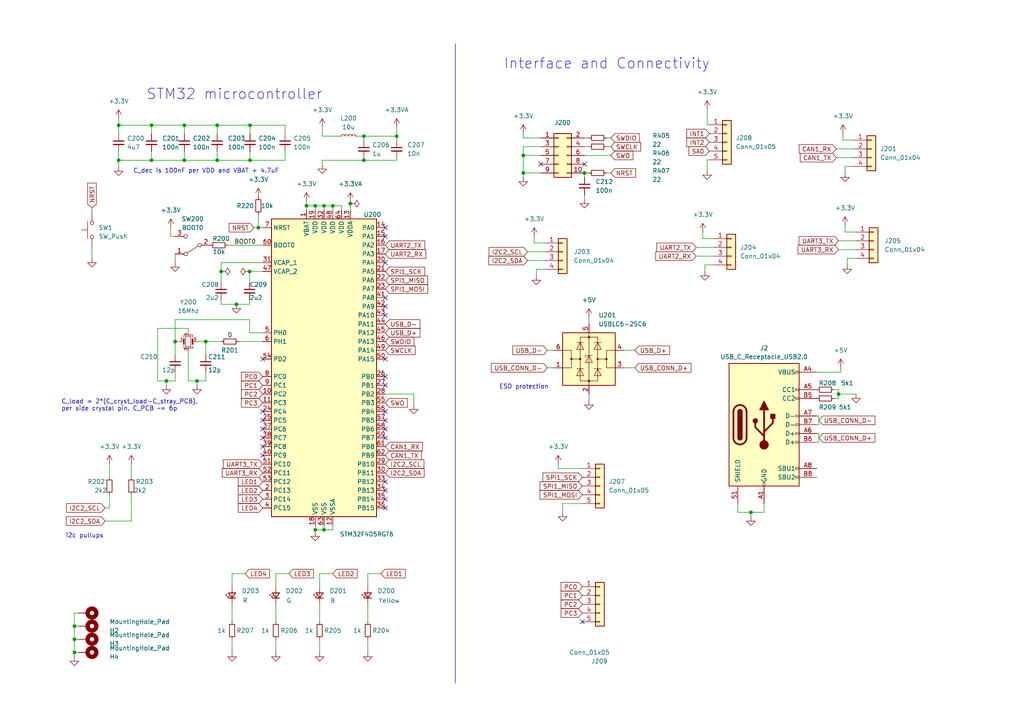
<source format=kicad_sch>
(kicad_sch (version 20230121) (generator eeschema)
  (paper "A4")
  (junction (at 62.992 36.322))
  (junction (at 59.69 99.06))
  (junction (at 34.417 36.322))
  (junction (at 72.517 36.322))
  (junction (at 53.467 36.322))
  (junction (at 62.992 46.482))
  (junction (at 72.39 78.74))
  (junction (at 101.6 59.055))
  (junction (at 68.58 88.265))
  (junction (at 74.93 66.04))
  (junction (at 105.537 39.497))
  (junction (at 43.942 46.482))
  (junction (at 88.9 59.69))
  (junction (at 96.52 59.69))
  (junction (at 91.44 59.69))
  (junction (at 93.98 153.67))
  (junction (at 72.517 46.482))
  (junction (at 43.942 36.322))
  (junction (at 48.26 110.49))
  (junction (at 53.467 46.482))
  (junction (at 21.59 185.42))
  (junction (at 243.205 114.3))
  (junction (at 34.417 46.482))
  (junction (at 91.44 153.67))
  (junction (at 93.98 59.69))
  (junction (at 64.135 78.74))
  (junction (at 217.805 148.59))
  (junction (at 21.59 189.23))
  (junction (at 105.537 46.482))
  (junction (at 115.062 39.497))
  (junction (at 50.8 99.06))
  (junction (at 151.765 50.165))
  (junction (at 57.15 110.49))
  (junction (at 169.545 50.165))
  (junction (at 151.765 45.085))
  (junction (at 21.59 181.61))
  (no_connect (at 76.2 121.92))
  (no_connect (at 111.76 119.38))
  (no_connect (at 111.76 88.9))
  (no_connect (at 111.76 91.44))
  (no_connect (at 111.76 147.32))
  (no_connect (at 111.76 139.7))
  (no_connect (at 111.76 109.22))
  (no_connect (at 76.2 129.54))
  (no_connect (at 168.91 180.34))
  (no_connect (at 76.2 124.46))
  (no_connect (at 169.545 47.625))
  (no_connect (at 111.76 142.24))
  (no_connect (at 111.76 68.58))
  (no_connect (at 111.76 104.14))
  (no_connect (at 76.2 119.38))
  (no_connect (at 111.76 124.46))
  (no_connect (at 111.76 76.2))
  (no_connect (at 76.2 104.14))
  (no_connect (at 76.2 132.08))
  (no_connect (at 111.76 111.76))
  (no_connect (at 111.76 127))
  (no_connect (at 111.76 66.04))
  (no_connect (at 156.845 47.625))
  (no_connect (at 76.2 127))
  (no_connect (at 111.76 86.36))
  (no_connect (at 111.76 144.78))
  (no_connect (at 111.76 121.92))
  (wire (pts (xy 62.992 46.482) (xy 53.467 46.482)))
  (wire (pts (xy 247.65 40.64) (xy 244.475 40.64)))
  (wire (pts (xy 169.545 56.515) (xy 169.545 57.785)))
  (wire (pts (xy 169.545 40.005) (xy 170.815 40.005)))
  (wire (pts (xy 62.992 36.322) (xy 53.467 36.322)))
  (wire (pts (xy 88.9 58.42) (xy 88.9 59.69)))
  (wire (pts (xy 169.545 50.165) (xy 169.545 51.435)))
  (wire (pts (xy 43.942 46.482) (xy 34.417 46.482)))
  (wire (pts (xy 21.59 181.61) (xy 21.59 185.42)))
  (wire (pts (xy 236.855 128.27) (xy 237.49 128.27)))
  (wire (pts (xy 175.895 40.005) (xy 177.165 40.005)))
  (wire (pts (xy 21.59 185.42) (xy 21.59 189.23)))
  (wire (pts (xy 115.062 45.847) (xy 115.062 46.482)))
  (wire (pts (xy 59.69 99.06) (xy 64.135 99.06)))
  (wire (pts (xy 50.8 107.95) (xy 50.8 110.49)))
  (wire (pts (xy 221.615 148.59) (xy 221.615 146.05)))
  (wire (pts (xy 21.59 189.23) (xy 22.86 189.23)))
  (wire (pts (xy 180.975 101.6) (xy 184.15 101.6)))
  (wire (pts (xy 205.74 46.355) (xy 205.105 46.355)))
  (wire (pts (xy 243.205 114.3) (xy 243.205 115.57)))
  (wire (pts (xy 151.765 40.005) (xy 156.845 40.005)))
  (wire (pts (xy 69.215 99.06) (xy 76.2 99.06)))
  (wire (pts (xy 72.517 46.482) (xy 62.992 46.482)))
  (wire (pts (xy 67.31 185.42) (xy 67.31 189.23)))
  (wire (pts (xy 151.765 45.085) (xy 151.765 50.165)))
  (wire (pts (xy 161.925 135.89) (xy 161.925 134.62)))
  (wire (pts (xy 72.517 43.942) (xy 72.517 46.482)))
  (wire (pts (xy 158.75 101.6) (xy 160.655 101.6)))
  (wire (pts (xy 158.75 106.68) (xy 160.655 106.68)))
  (wire (pts (xy 57.15 110.49) (xy 59.69 110.49)))
  (wire (pts (xy 170.815 114.3) (xy 170.815 116.205)))
  (wire (pts (xy 111.76 114.3) (xy 120.015 114.3)))
  (wire (pts (xy 207.01 69.215) (xy 203.835 69.215)))
  (wire (pts (xy 80.01 175.26) (xy 80.01 180.34)))
  (wire (pts (xy 67.31 175.26) (xy 67.31 180.34)))
  (wire (pts (xy 115.062 39.497) (xy 105.537 39.497)))
  (wire (pts (xy 53.467 36.322) (xy 53.467 38.862)))
  (wire (pts (xy 236.855 107.95) (xy 243.84 107.95)))
  (wire (pts (xy 31.75 143.51) (xy 31.75 147.32)))
  (wire (pts (xy 245.11 67.31) (xy 245.11 65.405)))
  (wire (pts (xy 82.677 36.322) (xy 72.517 36.322)))
  (wire (pts (xy 83.82 166.37) (xy 80.01 166.37)))
  (wire (pts (xy 45.72 110.49) (xy 48.26 110.49)))
  (wire (pts (xy 72.39 86.995) (xy 72.39 88.265)))
  (wire (pts (xy 73.66 66.04) (xy 74.93 66.04)))
  (wire (pts (xy 101.6 58.42) (xy 101.6 59.055)))
  (wire (pts (xy 53.467 46.482) (xy 43.942 46.482)))
  (wire (pts (xy 106.68 185.42) (xy 106.68 189.23)))
  (wire (pts (xy 26.67 60.325) (xy 26.67 61.595)))
  (wire (pts (xy 74.93 66.04) (xy 76.2 66.04)))
  (wire (pts (xy 204.47 76.835) (xy 204.47 78.74)))
  (wire (pts (xy 158.115 70.485) (xy 154.94 70.485)))
  (wire (pts (xy 217.805 148.59) (xy 217.805 149.86)))
  (wire (pts (xy 169.545 42.545) (xy 170.815 42.545)))
  (wire (pts (xy 26.67 71.755) (xy 26.67 74.93)))
  (wire (pts (xy 201.93 74.295) (xy 207.01 74.295)))
  (wire (pts (xy 99.06 59.69) (xy 96.52 59.69)))
  (wire (pts (xy 154.94 70.485) (xy 154.94 68.58)))
  (wire (pts (xy 96.52 59.69) (xy 93.98 59.69)))
  (wire (pts (xy 54.61 101.6) (xy 54.61 110.49)))
  (wire (pts (xy 92.71 185.42) (xy 92.71 189.23)))
  (wire (pts (xy 115.062 36.957) (xy 115.062 39.497)))
  (wire (pts (xy 236.855 123.19) (xy 237.49 123.19)))
  (wire (pts (xy 72.39 78.74) (xy 76.2 78.74)))
  (wire (pts (xy 151.765 42.545) (xy 151.765 45.085)))
  (wire (pts (xy 59.69 107.95) (xy 59.69 110.49)))
  (wire (pts (xy 21.59 185.42) (xy 22.86 185.42)))
  (wire (pts (xy 71.12 166.37) (xy 67.31 166.37)))
  (wire (pts (xy 169.545 45.085) (xy 177.165 45.085)))
  (wire (pts (xy 53.467 36.322) (xy 43.942 36.322)))
  (wire (pts (xy 54.61 96.52) (xy 54.61 95.25)))
  (wire (pts (xy 64.135 88.265) (xy 68.58 88.265)))
  (wire (pts (xy 213.995 148.59) (xy 217.805 148.59)))
  (wire (pts (xy 91.44 59.69) (xy 91.44 60.96)))
  (wire (pts (xy 92.71 166.37) (xy 92.71 170.18)))
  (wire (pts (xy 72.39 88.265) (xy 68.58 88.265)))
  (wire (pts (xy 241.935 113.03) (xy 243.205 113.03)))
  (wire (pts (xy 93.472 39.497) (xy 98.552 39.497)))
  (wire (pts (xy 243.205 72.39) (xy 248.285 72.39)))
  (wire (pts (xy 38.1 143.51) (xy 38.1 151.13)))
  (wire (pts (xy 62.992 43.942) (xy 62.992 46.482)))
  (wire (pts (xy 72.517 36.322) (xy 62.992 36.322)))
  (wire (pts (xy 106.68 175.26) (xy 106.68 180.34)))
  (wire (pts (xy 57.15 110.49) (xy 57.15 111.76)))
  (wire (pts (xy 54.61 95.25) (xy 45.72 95.25)))
  (wire (pts (xy 93.472 46.482) (xy 105.537 46.482)))
  (wire (pts (xy 21.59 177.8) (xy 22.86 177.8)))
  (wire (pts (xy 170.815 92.075) (xy 170.815 93.98)))
  (wire (pts (xy 88.9 59.69) (xy 88.9 60.96)))
  (wire (pts (xy 57.15 99.06) (xy 59.69 99.06)))
  (wire (pts (xy 115.062 40.767) (xy 115.062 39.497)))
  (wire (pts (xy 158.115 78.105) (xy 155.575 78.105)))
  (wire (pts (xy 64.135 86.995) (xy 64.135 88.265)))
  (wire (pts (xy 93.98 59.69) (xy 93.98 60.96)))
  (wire (pts (xy 74.93 62.23) (xy 74.93 66.04)))
  (wire (pts (xy 245.745 74.93) (xy 245.745 76.835)))
  (wire (pts (xy 21.59 189.23) (xy 21.59 190.5)))
  (wire (pts (xy 96.52 152.4) (xy 96.52 153.67)))
  (wire (pts (xy 82.677 46.482) (xy 72.517 46.482)))
  (wire (pts (xy 59.69 99.06) (xy 59.69 102.87)))
  (wire (pts (xy 50.8 68.58) (xy 49.53 68.58)))
  (wire (pts (xy 99.06 60.96) (xy 99.06 59.69)))
  (wire (pts (xy 203.835 69.215) (xy 203.835 67.31)))
  (wire (pts (xy 207.01 76.835) (xy 204.47 76.835)))
  (wire (pts (xy 92.71 175.26) (xy 92.71 180.34)))
  (wire (pts (xy 30.48 147.32) (xy 31.75 147.32)))
  (wire (pts (xy 156.845 42.545) (xy 151.765 42.545)))
  (wire (pts (xy 82.677 38.862) (xy 82.677 36.322)))
  (wire (pts (xy 243.205 115.57) (xy 241.935 115.57)))
  (wire (pts (xy 156.845 50.165) (xy 151.765 50.165)))
  (wire (pts (xy 101.6 59.055) (xy 101.6 60.96)))
  (wire (pts (xy 93.98 152.4) (xy 93.98 153.67)))
  (wire (pts (xy 242.57 45.72) (xy 247.65 45.72)))
  (wire (pts (xy 105.537 39.497) (xy 105.537 40.767)))
  (wire (pts (xy 21.59 181.61) (xy 22.86 181.61)))
  (wire (pts (xy 93.472 47.752) (xy 93.472 46.482)))
  (wire (pts (xy 236.855 125.73) (xy 237.49 125.73)))
  (wire (pts (xy 243.205 114.3) (xy 248.285 114.3)))
  (wire (pts (xy 53.467 43.942) (xy 53.467 46.482)))
  (wire (pts (xy 96.52 59.69) (xy 96.52 60.96)))
  (wire (pts (xy 96.52 153.67) (xy 93.98 153.67)))
  (wire (pts (xy 115.062 46.482) (xy 105.537 46.482)))
  (polyline (pts (xy 132.08 12.7) (xy 132.08 198.12)))
  (wire (pts (xy 244.475 40.64) (xy 244.475 38.735)))
  (wire (pts (xy 43.942 36.322) (xy 43.942 38.862)))
  (wire (pts (xy 243.84 107.95) (xy 243.84 106.68)))
  (wire (pts (xy 236.855 120.65) (xy 237.49 120.65)))
  (wire (pts (xy 31.75 134.62) (xy 31.75 138.43)))
  (wire (pts (xy 242.57 43.18) (xy 247.65 43.18)))
  (wire (pts (xy 62.992 36.322) (xy 62.992 38.862)))
  (wire (pts (xy 21.59 181.61) (xy 21.59 177.8)))
  (wire (pts (xy 43.942 43.942) (xy 43.942 46.482)))
  (wire (pts (xy 163.195 146.05) (xy 163.195 148.59)))
  (wire (pts (xy 201.93 71.755) (xy 207.01 71.755)))
  (wire (pts (xy 153.035 75.565) (xy 158.115 75.565)))
  (wire (pts (xy 120.015 114.3) (xy 120.015 117.475)))
  (wire (pts (xy 72.517 36.322) (xy 72.517 38.862)))
  (wire (pts (xy 80.01 166.37) (xy 80.01 170.18)))
  (wire (pts (xy 93.472 36.957) (xy 93.472 39.497)))
  (wire (pts (xy 155.575 78.105) (xy 155.575 80.01)))
  (wire (pts (xy 168.91 135.89) (xy 161.925 135.89)))
  (wire (pts (xy 237.49 125.73) (xy 237.49 128.27)))
  (wire (pts (xy 245.11 48.26) (xy 245.11 50.165)))
  (wire (pts (xy 52.07 99.06) (xy 50.8 99.06)))
  (wire (pts (xy 72.39 92.71) (xy 50.8 92.71)))
  (wire (pts (xy 237.49 120.65) (xy 237.49 123.19)))
  (wire (pts (xy 34.417 34.417) (xy 34.417 36.322)))
  (wire (pts (xy 50.8 99.06) (xy 50.8 102.87)))
  (wire (pts (xy 205.105 31.75) (xy 205.105 36.195)))
  (wire (pts (xy 175.895 42.545) (xy 177.165 42.545)))
  (wire (pts (xy 43.942 36.322) (xy 34.417 36.322)))
  (wire (pts (xy 248.285 67.31) (xy 245.11 67.31)))
  (wire (pts (xy 67.31 166.37) (xy 67.31 170.18)))
  (wire (pts (xy 50.8 73.66) (xy 50.8 76.2)))
  (wire (pts (xy 34.417 43.942) (xy 34.417 46.482)))
  (wire (pts (xy 38.1 134.62) (xy 38.1 138.43)))
  (wire (pts (xy 217.805 148.59) (xy 221.615 148.59)))
  (wire (pts (xy 243.205 113.03) (xy 243.205 114.3)))
  (wire (pts (xy 91.44 152.4) (xy 91.44 153.67)))
  (wire (pts (xy 48.26 110.49) (xy 48.26 111.76)))
  (wire (pts (xy 34.417 46.482) (xy 34.417 48.387)))
  (wire (pts (xy 64.135 78.74) (xy 64.135 76.2)))
  (wire (pts (xy 72.39 96.52) (xy 72.39 92.71)))
  (wire (pts (xy 168.91 146.05) (xy 163.195 146.05)))
  (wire (pts (xy 91.44 59.69) (xy 88.9 59.69)))
  (wire (pts (xy 151.765 50.165) (xy 151.765 51.435)))
  (wire (pts (xy 106.68 166.37) (xy 106.68 170.18)))
  (wire (pts (xy 80.01 185.42) (xy 80.01 189.23)))
  (wire (pts (xy 72.39 81.915) (xy 72.39 78.74)))
  (wire (pts (xy 213.995 146.05) (xy 213.995 148.59)))
  (wire (pts (xy 243.205 69.85) (xy 248.285 69.85)))
  (wire (pts (xy 50.8 110.49) (xy 48.26 110.49)))
  (wire (pts (xy 76.2 96.52) (xy 72.39 96.52)))
  (wire (pts (xy 105.537 46.482) (xy 105.537 45.847)))
  (wire (pts (xy 105.537 39.497) (xy 103.632 39.497)))
  (wire (pts (xy 91.44 153.67) (xy 91.44 154.305)))
  (wire (pts (xy 54.61 110.49) (xy 57.15 110.49)))
  (wire (pts (xy 175.895 50.165) (xy 177.165 50.165)))
  (wire (pts (xy 205.105 46.355) (xy 205.105 49.53)))
  (wire (pts (xy 151.765 45.085) (xy 156.845 45.085)))
  (wire (pts (xy 45.72 95.25) (xy 45.72 110.49)))
  (wire (pts (xy 38.1 151.13) (xy 30.48 151.13)))
  (wire (pts (xy 82.677 43.942) (xy 82.677 46.482)))
  (wire (pts (xy 169.545 50.165) (xy 170.815 50.165)))
  (wire (pts (xy 34.417 36.322) (xy 34.417 38.862)))
  (wire (pts (xy 64.135 81.915) (xy 64.135 78.74)))
  (wire (pts (xy 110.49 166.37) (xy 106.68 166.37)))
  (wire (pts (xy 151.765 38.735) (xy 151.765 40.005)))
  (wire (pts (xy 180.975 106.68) (xy 184.15 106.68)))
  (wire (pts (xy 93.98 153.67) (xy 91.44 153.67)))
  (wire (pts (xy 96.52 166.37) (xy 92.71 166.37)))
  (wire (pts (xy 248.285 74.93) (xy 245.745 74.93)))
  (wire (pts (xy 205.105 36.195) (xy 205.74 36.195)))
  (wire (pts (xy 66.04 71.12) (xy 76.2 71.12)))
  (wire (pts (xy 50.8 92.71) (xy 50.8 99.06)))
  (wire (pts (xy 49.53 68.58) (xy 49.53 66.04)))
  (wire (pts (xy 247.65 48.26) (xy 245.11 48.26)))
  (wire (pts (xy 93.98 59.69) (xy 91.44 59.69)))
  (wire (pts (xy 153.035 73.025) (xy 158.115 73.025)))
  (wire (pts (xy 64.135 76.2) (xy 76.2 76.2)))
  (text "Interface and Connectivity\n" (at 146.05 20.32 0) (effects (font (size 3 3)) (justify left bottom)))
  (text "i2c pullups" (at 19.05 156.21 0) (effects (font (size 1.27 1.27)) (justify left bottom)))
  (text "C_load = 2*(C_cryst_load-C_stray_PCB),\nper side crystal pin. C_PCB ~= 6p\n" (at 17.78 119.38 0) (effects (font (size 1.27 1.27)) (justify left bottom)))
  (text "ESD protection" (at 144.78 113.03 0) (effects (font (size 1.27 1.27)) (justify left bottom)))
  (text "STM32 microcontroller\n" (at 42.418 29.21 0) (effects (font (size 3 3)) (justify left bottom)))
  (text "C_dec is 100nF per VDD and VBAT + 4.7uF\n" (at 38.608 50.419 0) (effects (font (size 1.27 1.27)) (justify left bottom)))
  (label "BOOT0" (at 67.945 71.12 0))
  (global_label "SWCLK" (shape input) (at 177.165 42.545 0) (property "Intersheetrefs" "${INTERSHEET_REFS}" (effects hide)))
  (global_label "USB_CONN_D+" (shape input) (at 184.15 106.68 0) (property "Intersheetrefs" "${INTERSHEET_REFS}" (effects hide)))
  (global_label "PC1" (shape input) (at 76.2 111.76 180) (property "Intersheetrefs" "${INTERSHEET_REFS}" (effects hide)))
  (global_label "CAN1_TX" (shape input) (at 111.76 132.08 0) (property "Intersheetrefs" "${INTERSHEET_REFS}" (effects hide)))
  (global_label "USB_CONN_D+" (shape input) (at 237.49 127 0) (property "Intersheetrefs" "${INTERSHEET_REFS}" (effects hide)))
  (global_label "CAN1_RX" (shape input) (at 242.57 43.18 180) (property "Intersheetrefs" "${INTERSHEET_REFS}" (effects hide)))
  (global_label "SPI1_MOSI" (shape input) (at 168.91 143.51 180) (property "Intersheetrefs" "${INTERSHEET_REFS}" (effects hide)))
  (global_label "LED2" (shape input) (at 96.52 166.37 0) (property "Intersheetrefs" "${INTERSHEET_REFS}" (effects hide)))
  (global_label "INT1" (shape input) (at 205.74 38.735 180) (property "Intersheetrefs" "${INTERSHEET_REFS}" (effects hide)))
  (global_label "I2C2_SDA" (shape input) (at 111.76 137.16 0) (property "Intersheetrefs" "${INTERSHEET_REFS}" (effects hide)))
  (global_label "LED1" (shape input) (at 110.49 166.37 0) (property "Intersheetrefs" "${INTERSHEET_REFS}" (effects hide)))
  (global_label "USB_D+" (shape input) (at 111.76 96.52 0) (property "Intersheetrefs" "${INTERSHEET_REFS}" (effects hide)))
  (global_label "USB_D-" (shape input) (at 111.76 93.98 0) (property "Intersheetrefs" "${INTERSHEET_REFS}" (effects hide)))
  (global_label "PC0" (shape input) (at 76.2 109.22 180) (property "Intersheetrefs" "${INTERSHEET_REFS}" (effects hide)))
  (global_label "I2C2_SDA" (shape input) (at 153.035 75.565 180) (property "Intersheetrefs" "${INTERSHEET_REFS}" (effects hide)))
  (global_label "UART3_TX" (shape input) (at 243.205 69.85 180) (property "Intersheetrefs" "${INTERSHEET_REFS}" (effects hide)))
  (global_label "SWO" (shape input) (at 177.165 45.085 0) (property "Intersheetrefs" "${INTERSHEET_REFS}" (effects hide)))
  (global_label "NRST" (shape input) (at 177.165 50.165 0) (property "Intersheetrefs" "${INTERSHEET_REFS}" (effects hide)))
  (global_label "UART3_TX" (shape input) (at 76.2 134.62 180) (property "Intersheetrefs" "${INTERSHEET_REFS}" (effects hide)))
  (global_label "SPI1_MISO" (shape input) (at 168.91 140.97 180) (property "Intersheetrefs" "${INTERSHEET_REFS}" (effects hide)))
  (global_label "PC2" (shape input) (at 168.91 175.26 180) (property "Intersheetrefs" "${INTERSHEET_REFS}" (effects hide)))
  (global_label "LED3" (shape input) (at 76.2 144.78 180) (property "Intersheetrefs" "${INTERSHEET_REFS}" (effects hide)))
  (global_label "SPI1_MOSI" (shape input) (at 111.76 83.82 0) (property "Intersheetrefs" "${INTERSHEET_REFS}" (effects hide)))
  (global_label "I2C2_SCL" (shape input) (at 30.48 147.32 180) (property "Intersheetrefs" "${INTERSHEET_REFS}" (effects hide)))
  (global_label "SPI1_SCK" (shape input) (at 111.76 78.74 0) (property "Intersheetrefs" "${INTERSHEET_REFS}" (effects hide)))
  (global_label "NRST" (shape input) (at 26.67 60.325 90) (property "Intersheetrefs" "${INTERSHEET_REFS}" (effects hide)))
  (global_label "UART2_TX" (shape input) (at 201.93 71.755 180) (property "Intersheetrefs" "${INTERSHEET_REFS}" (effects hide)))
  (global_label "NRST" (shape input) (at 73.66 66.04 180) (property "Intersheetrefs" "${INTERSHEET_REFS}" (effects hide)))
  (global_label "USB_CONN_D-" (shape input) (at 237.49 121.92 0) (property "Intersheetrefs" "${INTERSHEET_REFS}" (effects hide)))
  (global_label "UART3_RX" (shape input) (at 76.2 137.16 180) (property "Intersheetrefs" "${INTERSHEET_REFS}" (effects hide)))
  (global_label "LED1" (shape input) (at 76.2 139.7 180) (property "Intersheetrefs" "${INTERSHEET_REFS}" (effects hide)))
  (global_label "PC3" (shape input) (at 168.91 177.8 180) (property "Intersheetrefs" "${INTERSHEET_REFS}" (effects hide)))
  (global_label "CAN1_RX" (shape input) (at 111.76 129.54 0) (property "Intersheetrefs" "${INTERSHEET_REFS}" (effects hide)))
  (global_label "I2C2_SCL" (shape input) (at 153.035 73.025 180) (property "Intersheetrefs" "${INTERSHEET_REFS}" (effects hide)))
  (global_label "INT2" (shape input) (at 205.74 41.275 180) (property "Intersheetrefs" "${INTERSHEET_REFS}" (effects hide)))
  (global_label "UART3_RX" (shape input) (at 243.205 72.39 180) (property "Intersheetrefs" "${INTERSHEET_REFS}" (effects hide)))
  (global_label "SWDIO" (shape input) (at 111.76 99.06 0) (property "Intersheetrefs" "${INTERSHEET_REFS}" (effects hide)))
  (global_label "PC0" (shape input) (at 168.91 170.18 180) (property "Intersheetrefs" "${INTERSHEET_REFS}" (effects hide)))
  (global_label "USB_D-" (shape input) (at 158.75 101.6 180) (property "Intersheetrefs" "${INTERSHEET_REFS}" (effects hide)))
  (global_label "UART2_TX" (shape input) (at 111.76 71.12 0) (property "Intersheetrefs" "${INTERSHEET_REFS}" (effects hide)))
  (global_label "I2C2_SCL" (shape input) (at 111.76 134.62 0) (property "Intersheetrefs" "${INTERSHEET_REFS}" (effects hide)))
  (global_label "USB_D+" (shape input) (at 184.15 101.6 0) (property "Intersheetrefs" "${INTERSHEET_REFS}" (effects hide)))
  (global_label "USB_CONN_D-" (shape input) (at 158.75 106.68 180) (property "Intersheetrefs" "${INTERSHEET_REFS}" (effects hide)))
  (global_label "UART2_RX" (shape input) (at 111.76 73.66 0) (property "Intersheetrefs" "${INTERSHEET_REFS}" (effects hide)))
  (global_label "PC2" (shape input) (at 76.2 114.3 180) (property "Intersheetrefs" "${INTERSHEET_REFS}" (effects hide)))
  (global_label "SWO" (shape input) (at 111.76 116.84 0) (property "Intersheetrefs" "${INTERSHEET_REFS}" (effects hide)))
  (global_label "LED3" (shape input) (at 83.82 166.37 0) (property "Intersheetrefs" "${INTERSHEET_REFS}" (effects hide)))
  (global_label "CAN1_TX" (shape input) (at 242.57 45.72 180) (property "Intersheetrefs" "${INTERSHEET_REFS}" (effects hide)))
  (global_label "PC3" (shape input) (at 76.2 116.84 180) (property "Intersheetrefs" "${INTERSHEET_REFS}" (effects hide)))
  (global_label "PC1" (shape input) (at 168.91 172.72 180) (property "Intersheetrefs" "${INTERSHEET_REFS}" (effects hide)))
  (global_label "LED2" (shape input) (at 76.2 142.24 180) (property "Intersheetrefs" "${INTERSHEET_REFS}" (effects hide)))
  (global_label "I2C2_SDA" (shape input) (at 30.48 151.13 180) (property "Intersheetrefs" "${INTERSHEET_REFS}" (effects hide)))
  (global_label "LED4" (shape input) (at 71.12 166.37 0) (property "Intersheetrefs" "${INTERSHEET_REFS}" (effects hide)))
  (global_label "SPI1_SCK" (shape input) (at 168.91 138.43 180) (property "Intersheetrefs" "${INTERSHEET_REFS}" (effects hide)))
  (global_label "SA0" (shape input) (at 205.74 43.815 180) (property "Intersheetrefs" "${INTERSHEET_REFS}" (effects hide)))
  (global_label "SWCLK" (shape input) (at 111.76 101.6 0) (property "Intersheetrefs" "${INTERSHEET_REFS}" (effects hide)))
  (global_label "SPI1_MISO" (shape input) (at 111.76 81.28 0) (property "Intersheetrefs" "${INTERSHEET_REFS}" (effects hide)))
  (global_label "SWDIO" (shape input) (at 177.165 40.005 0) (property "Intersheetrefs" "${INTERSHEET_REFS}" (effects hide)))
  (global_label "LED4" (shape input) (at 76.2 147.32 180) (property "Intersheetrefs" "${INTERSHEET_REFS}" (effects hide)))
  (global_label "UART2_RX" (shape input) (at 201.93 74.295 180) (property "Intersheetrefs" "${INTERSHEET_REFS}" (effects hide)))
  (symbol (lib_id "power:+3.3V") (at 74.93 57.15 0) (unit 1)
    (property "Reference" "#PWR01" (effects hide))
    (property "Value" "+3.3V" (at 74.93 52.07 0))
  )
  (symbol (lib_id "power:GND") (at 163.195 148.59 0) (unit 1)
    (property "Reference" "#PWR0159" (effects hide))
    (property "Value" "GND" (effects hide))
  )
  (symbol (lib_id "power:GND") (at 205.105 49.53 0) (unit 1)
    (property "Reference" "#PWR0161" (effects hide))
    (property "Value" "GND" (effects hide))
  )
  (symbol (lib_id "Mechanical:MountingHole_Pad") (at 25.4 185.42 270) (unit 1)
    (property "Reference" "H3" (at 31.75 186.69 90) (effects (justify left)))
    (property "Value" "MountingHole_Pad" (at 31.75 184.15 90) (effects (justify left)))
    (property "Footprint" "MountingHole:MountingHole_3.2mm_M3_Pad_Via" (effects hide))
  )
  (symbol (lib_id "power:GND") (at 120.015 117.475 0) (unit 1)
    (property "Reference" "#PWR04" (effects hide))
    (property "Value" "GND" (effects hide))
  )
  (symbol (lib_id "power:+3.3V") (at 31.75 134.62 0) (unit 1)
    (property "Reference" "#PWR0128" (effects hide))
    (property "Value" "+3.3V" (at 31.75 129.54 0))
  )
  (symbol (lib_id "power:GND") (at 67.31 189.23 0) (unit 1)
    (property "Reference" "#PWR0137" (effects hide))
    (property "Value" "GND" (effects hide))
  )
  (symbol (lib_id "power:GND") (at 26.67 74.93 0) (unit 1)
    (property "Reference" "#PWR05" (effects hide))
    (property "Value" "GND" (effects hide))
  )
  (symbol (lib_id "Device:R_Small") (at 239.395 113.03 270) (unit 1)
    (property "Reference" "R208" (at 240.03 111.125 90))
    (property "Value" "5k1" (at 245.745 111.125 90))
    (property "Footprint" "Resistor_SMD:R_0603_1608Metric" (effects hide))
    (property "PARTREV" "C25804" (effects hide))
  )
  (symbol (lib_id "Device:LED_Small") (at 67.31 172.72 90) (unit 1)
    (property "Reference" "D203" (at 70.104 171.3864 90) (effects (justify right)))
    (property "Value" "R" (at 70.358 174.1804 90) (effects (justify right)))
    (property "Footprint" "LED_SMD:LED_0603_1608Metric" (effects hide))
    (property "PARTREV" "C84256" (effects hide))
  )
  (symbol (lib_id "power:PWR_FLAG") (at 101.6 59.055 270) (unit 1)
    (property "Reference" "#FLG0105" (effects hide))
    (property "Value" "PWR_FLAG" (effects hide))
  )
  (symbol (lib_id "power:+3.3V") (at 203.835 67.31 0) (unit 1)
    (property "Reference" "#PWR0144" (effects hide))
    (property "Value" "+3.3V" (at 203.835 62.23 0))
  )
  (symbol (lib_id "power:GND") (at 91.44 154.305 0) (unit 1)
    (property "Reference" "#PWR0132" (effects hide))
    (property "Value" "GND" (effects hide))
  )
  (symbol (lib_id "Connector_Generic:Conn_01x04") (at 163.195 73.025 0) (unit 1)
    (property "Reference" "J203" (at 166.37 73.0249 0) (effects (justify left)))
    (property "Value" "Conn_01x04" (at 166.37 75.5649 0) (effects (justify left)))
    (property "Footprint" "Connector_PinSocket_2.54mm:PinSocket_1x04_P2.54mm_Vertical" (effects hide))
  )
  (symbol (lib_id "power:PWR_FLAG") (at 64.135 78.74 270) (unit 1)
    (property "Reference" "#FLG0103" (effects hide))
    (property "Value" "PWR_FLAG" (effects hide))
  )
  (symbol (lib_id "power:GND") (at 48.26 111.76 0) (unit 1)
    (property "Reference" "#PWR0126" (effects hide))
    (property "Value" "GND" (effects hide))
  )
  (symbol (lib_id "Device:C_Small") (at 53.467 41.402 0) (unit 1)
    (property "Reference" "C202" (at 55.88 40.1382 0) (effects (justify left)))
    (property "Value" "100n" (at 55.88 42.6782 0) (effects (justify left)))
    (property "Footprint" "Capacitor_SMD:C_0805_2012Metric" (effects hide))
    (property "PARTREV" "C14663" (effects hide))
  )
  (symbol (lib_id "power:GND") (at 151.765 51.435 0) (unit 1)
    (property "Reference" "#PWR0140" (effects hide))
    (property "Value" "GND" (effects hide))
  )
  (symbol (lib_id "Connector_Generic:Conn_01x04") (at 212.09 71.755 0) (unit 1)
    (property "Reference" "J204" (at 214.63 71.7549 0) (effects (justify left)))
    (property "Value" "Conn_01x04" (at 214.63 74.2949 0) (effects (justify left)))
    (property "Footprint" "Connector_PinSocket_2.54mm:PinSocket_1x04_P2.54mm_Vertical" (effects hide))
  )
  (symbol (lib_id "Device:C_Small") (at 72.517 41.402 0) (unit 1)
    (property "Reference" "C204" (at 74.93 40.1382 0) (effects (justify left)))
    (property "Value" "100n" (at 74.93 42.6782 0) (effects (justify left)))
    (property "Footprint" "Capacitor_SMD:C_0805_2012Metric" (effects hide))
    (property "PARTREV" "C14663" (effects hide))
  )
  (symbol (lib_id "Mechanical:MountingHole_Pad") (at 25.4 177.8 270) (unit 1)
    (property "Reference" "H1" (effects hide))
    (property "Value" "MountingHole_Pad" (effects hide))
    (property "Footprint" "MountingHole:MountingHole_3.2mm_M3_Pad_Via" (effects hide))
  )
  (symbol (lib_id "Device:R_Small") (at 173.355 50.165 90) (unit 1)
    (property "Reference" "R407" (at 191.77 49.53 90))
    (property "Value" "22" (at 190.5 52.07 90))
    (property "Footprint" "Resistor_SMD:R_0603_1608Metric" (effects hide))
    (property "PARTREV" "C227717" (effects hide))
  )
  (symbol (lib_id "power:+5V") (at 170.815 92.075 0) (unit 1)
    (property "Reference" "#PWR0154" (effects hide))
    (property "Value" "+5V" (at 170.815 86.995 0))
  )
  (symbol (lib_id "power:GND") (at 50.8 76.2 0) (unit 1)
    (property "Reference" "#PWR0121" (effects hide))
    (property "Value" "GND" (effects hide))
  )
  (symbol (lib_id "power:+3.3VA") (at 101.6 58.42 0) (unit 1)
    (property "Reference" "#PWR0122" (effects hide))
    (property "Value" "+3.3VA" (at 101.6 53.34 0))
  )
  (symbol (lib_id "Device:R_Small") (at 80.01 182.88 180) (unit 1)
    (property "Reference" "R206" (at 83.82 182.88 0))
    (property "Value" "1k" (at 76.962 182.88 0))
    (property "Footprint" "Resistor_SMD:R_0603_1608Metric" (effects hide))
    (property "PARTREV" "C25804" (effects hide))
  )
  (symbol (lib_id "Connector_Generic:Conn_01x05") (at 173.99 140.97 0) (unit 1)
    (property "Reference" "J207" (at 176.53 139.6999 0) (effects (justify left)))
    (property "Value" "Conn_01x05" (at 176.53 142.2399 0) (effects (justify left)))
    (property "Footprint" "Connector_PinSocket_2.54mm:PinSocket_1x05_P2.54mm_Vertical" (effects hide))
  )
  (symbol (lib_id "power:+3.3VA") (at 115.062 36.957 0) (unit 1)
    (property "Reference" "#PWR0125" (effects hide))
    (property "Value" "+3.3VA" (at 115.062 31.877 0))
  )
  (symbol (lib_id "power:GND") (at 68.58 88.265 0) (unit 1)
    (property "Reference" "#PWR0120" (effects hide))
    (property "Value" "GND" (effects hide))
  )
  (symbol (lib_id "power:GND") (at 106.68 189.23 0) (unit 1)
    (property "Reference" "#PWR0135" (effects hide))
    (property "Value" "GND" (effects hide))
  )
  (symbol (lib_id "power:+3.3V") (at 88.9 58.42 0) (unit 1)
    (property "Reference" "#PWR0134" (effects hide))
    (property "Value" "+3.3V" (at 88.9 53.34 0))
  )
  (symbol (lib_id "Mechanical:MountingHole_Pad") (at 25.4 189.23 270) (unit 1)
    (property "Reference" "H4" (at 31.75 190.5 90) (effects (justify left)))
    (property "Value" "MountingHole_Pad" (at 31.75 187.96 90) (effects (justify left)))
    (property "Footprint" "MountingHole:MountingHole_3.2mm_M3_Pad_Via" (effects hide))
  )
  (symbol (lib_id "Connector:USB_C_Receptacle_USB2.0") (at 221.615 123.19 0) (unit 1)
    (property "Reference" "J2" (at 221.615 100.965 0))
    (property "Value" "USB_C_Receptacle_USB2.0" (at 221.615 103.505 0))
    (property "Footprint" "USB_C-USB4105-GF-A:GCT_USB4105-GF-A" (effects hide))
    (property "Datasheet" "https://www.usb.org/sites/default/files/documents/usb_type-c.zip" (effects hide))
  )
  (symbol (lib_id "Power_Protection:USBLC6-2SC6") (at 170.815 104.14 0) (unit 1)
    (property "Reference" "U201" (at 173.5837 91.44 0) (effects (justify left)))
    (property "Value" "USBLC6-2SC6" (at 173.5837 93.98 0) (effects (justify left)))
    (property "Footprint" "Package_TO_SOT_SMD:SOT-23-6" (effects hide))
    (property "Datasheet" "https://www.st.com/resource/en/datasheet/usblc6-2.pdf" (effects hide))
    (property "PARTREV" "C5261088" (effects hide))
    (property "Mouser" "511-USBLC6-2SC6" (effects hide))
  )
  (symbol (lib_id "power:GND") (at 217.805 149.86 0) (unit 1)
    (property "Reference" "#PWR02" (effects hide))
    (property "Value" "GND" (effects hide))
  )
  (symbol (lib_id "Device:C_Small") (at 82.677 41.402 0) (unit 1)
    (property "Reference" "C205" (at 85.09 40.1382 0) (effects (justify left)))
    (property "Value" "100n" (at 85.09 42.6782 0) (effects (justify left)))
    (property "Footprint" "Capacitor_SMD:C_0805_2012Metric" (effects hide))
    (property "PARTREV" "C14663" (effects hide))
  )
  (symbol (lib_id "Connector_Generic:Conn_01x04") (at 252.73 43.18 0) (unit 1)
    (property "Reference" "J201" (at 255.27 43.1799 0) (effects (justify left)))
    (property "Value" "Conn_01x04" (at 255.27 45.7199 0) (effects (justify left)))
    (property "Footprint" "Connector_PinSocket_2.54mm:PinSocket_1x04_P2.54mm_Vertical" (effects hide))
  )
  (symbol (lib_id "power:+3.3V") (at 205.105 31.75 0) (unit 1)
    (property "Reference" "#PWR0162" (effects hide))
    (property "Value" "+3.3V" (at 205.105 26.67 0))
  )
  (symbol (lib_id "power:+3.3V") (at 49.53 66.04 0) (unit 1)
    (property "Reference" "#PWR0133" (effects hide))
    (property "Value" "+3.3V" (at 49.53 60.96 0))
  )
  (symbol (lib_id "Device:Crystal_GND24_Small") (at 54.61 99.06 0) (unit 1)
    (property "Reference" "Y200" (at 54.61 87.63 0))
    (property "Value" "16Mhz" (at 54.61 90.17 0))
    (property "Footprint" "Crystal:Crystal_SMD_3225-4Pin_3.2x2.5mm" (effects hide))
    (property "PARTREV" "C13738" (effects hide))
    (property "Mouser" "815-ASEAIG-16MHZ-CST" (effects hide))
  )
  (symbol (lib_id "Device:R_Small") (at 74.93 59.69 180) (unit 1)
    (property "Reference" "R220" (at 71.12 59.69 0))
    (property "Value" "10k" (at 77.47 59.69 0))
    (property "Footprint" "Resistor_SMD:R_0603_1608Metric" (effects hide))
    (property "PARTREV" "C25804" (effects hide))
  )
  (symbol (lib_id "Device:LED_Small") (at 92.71 172.72 90) (unit 1)
    (property "Reference" "D201" (at 95.504 171.3864 90) (effects (justify right)))
    (property "Value" "B" (at 95.758 174.1804 90) (effects (justify right)))
    (property "Footprint" "LED_SMD:LED_0603_1608Metric" (effects hide))
    (property "PARTREV" "C84256" (effects hide))
  )
  (symbol (lib_id "Switch:SW_Push") (at 26.67 66.675 90) (unit 1)
    (property "Reference" "SW1" (at 28.575 66.04 90) (effects (justify right)))
    (property "Value" "SW_Push" (at 28.575 68.58 90) (effects (justify right)))
    (property "Footprint" "SMD_PUSH_BUTTON-SKRPACE010:SW_SKRPACE010" (effects hide))
  )
  (symbol (lib_id "Device:C_Small") (at 62.992 41.402 0) (unit 1)
    (property "Reference" "C203" (at 66.04 40.1382 0) (effects (justify left)))
    (property "Value" "100n" (at 66.04 42.6782 0) (effects (justify left)))
    (property "Footprint" "Capacitor_SMD:C_0805_2012Metric" (effects hide))
    (property "PARTREV" "C14663" (effects hide))
  )
  (symbol (lib_id "power:GND") (at 245.11 50.165 0) (unit 1)
    (property "Reference" "#PWR0143" (effects hide))
    (property "Value" "GND" (effects hide))
  )
  (symbol (lib_id "Device:R_Small") (at 92.71 182.88 180) (unit 1)
    (property "Reference" "R205" (at 96.52 182.88 0))
    (property "Value" "1k" (at 89.662 182.88 0))
    (property "Footprint" "Resistor_SMD:R_0603_1608Metric" (effects hide))
    (property "PARTREV" "C25804" (effects hide))
  )
  (symbol (lib_id "Device:R_Small") (at 173.355 42.545 90) (unit 1)
    (property "Reference" "R406" (at 191.77 44.45 90))
    (property "Value" "22" (at 190.5 46.99 90))
    (property "Footprint" "Resistor_SMD:R_0603_1608Metric" (effects hide))
    (property "PARTREV" "C227717" (effects hide))
  )
  (symbol (lib_id "Device:R_Small") (at 67.31 182.88 180) (unit 1)
    (property "Reference" "R207" (at 71.12 182.88 0))
    (property "Value" "1k" (at 64.262 182.88 0))
    (property "Footprint" "Resistor_SMD:R_0603_1608Metric" (effects hide))
    (property "PARTREV" "C25804" (effects hide))
  )
  (symbol (lib_id "power:GND") (at 248.285 114.3 0) (unit 1)
    (property "Reference" "#PWR0150" (effects hide))
    (property "Value" "GND" (effects hide))
  )
  (symbol (lib_id "MCU_ST_STM32F4:STM32F405RGTx") (at 93.98 106.68 0) (unit 1)
    (property "Reference" "U200" (at 105.41 62.23 0) (effects (justify left)))
    (property "Value" "STM32F405RGT6" (at 98.5394 154.94 0) (effects (justify left)))
    (property "Footprint" "Package_QFP:LQFP-64_10x10mm_P0.5mm" (effects hide))
    (property "Datasheet" "http://www.st.com/st-web-ui/static/active/en/resource/technical/document/datasheet/DM00037051.pdf" (effects hide))
    (property "PARTREV" "C15742" (effects hide))
    (property "Mouser" "511-STM32F405RGT6" (effects hide))
  )
  (symbol (lib_id "Device:R_Small") (at 63.5 71.12 90) (unit 1)
    (property "Reference" "R200" (at 64.135 69.215 90))
    (property "Value" "10k" (at 63.5 73.025 90))
    (property "Footprint" "Resistor_SMD:R_0603_1608Metric" (effects hide))
    (property "PARTREV" "C25804" (effects hide))
  )
  (symbol (lib_id "power:GND") (at 155.575 80.01 0) (unit 1)
    (property "Reference" "#PWR0153" (effects hide))
    (property "Value" "GND" (effects hide))
  )
  (symbol (lib_id "power:+3.3V") (at 244.475 38.735 0) (unit 1)
    (property "Reference" "#PWR0142" (effects hide))
    (property "Value" "+3.3V" (at 244.475 33.655 0))
  )
  (symbol (lib_id "power:+3.3V") (at 154.94 68.58 0) (unit 1)
    (property "Reference" "#PWR0152" (effects hide))
    (property "Value" "+3.3V" (at 154.94 63.5 0))
  )
  (symbol (lib_id "Device:C_Small") (at 43.942 41.402 0) (unit 1)
    (property "Reference" "C201" (at 46.99 40.1382 0) (effects (justify left)))
    (property "Value" "100n" (at 46.99 42.6782 0) (effects (justify left)))
    (property "Footprint" "Capacitor_SMD:C_0805_2012Metric" (effects hide))
    (property "PARTREV" "C14663" (effects hide))
  )
  (symbol (lib_id "Device:C_Small") (at 50.8 105.41 0) (unit 1)
    (property "Reference" "C210" (at 40.64 103.505 0) (effects (justify left)))
    (property "Value" "12p" (at 46.99 107.315 0) (effects (justify left)))
    (property "Footprint" "Capacitor_SMD:C_0805_2012Metric" (effects hide))
    (property "PARTREV" "C38523" (effects hide))
  )
  (symbol (lib_id "Device:C_Small") (at 169.545 53.975 0) (unit 1)
    (property "Reference" "C212" (at 172.72 52.7112 0) (effects (justify left)))
    (property "Value" "100n" (at 172.72 55.2512 0) (effects (justify left)))
    (property "Footprint" "Capacitor_SMD:C_0805_2012Metric" (effects hide))
    (property "PARTREV" "C14663" (effects hide))
  )
  (symbol (lib_id "Device:LED_Small") (at 80.01 172.72 90) (unit 1)
    (property "Reference" "D202" (at 82.804 171.3864 90) (effects (justify right)))
    (property "Value" "G" (at 83.058 174.1804 90) (effects (justify right)))
    (property "Footprint" "LED_SMD:LED_0603_1608Metric" (effects hide))
    (property "PARTREV" "C84256" (effects hide))
  )
  (symbol (lib_id "power:+3.3V") (at 38.1 134.62 0) (unit 1)
    (property "Reference" "#PWR0129" (effects hide))
    (property "Value" "+3.3V" (at 38.1 129.54 0))
  )
  (symbol (lib_id "power:GND") (at 92.71 189.23 0) (unit 1)
    (property "Reference" "#PWR0136" (effects hide))
    (property "Value" "GND" (effects hide))
  )
  (symbol (lib_id "Connector_Generic:Conn_01x05") (at 173.99 175.26 0) (unit 1)
    (property "Reference" "J209" (at 171.45 191.77 0) (effects (justify left)))
    (property "Value" "Conn_01x05" (at 165.1 189.23 0) (effects (justify left)))
    (property "Footprint" "Connector_PinSocket_2.54mm:PinSocket_1x05_P2.54mm_Vertical" (effects hide))
  )
  (symbol (lib_id "power:GND") (at 245.745 76.835 0) (unit 1)
    (property "Reference" "#PWR0149" (effects hide))
    (property "Value" "GND" (effects hide))
  )
  (symbol (lib_id "Switch:SW_SPDT") (at 55.88 71.12 180) (unit 1)
    (property "Reference" "SW200" (at 55.88 63.5 0))
    (property "Value" "BOOT0" (at 55.88 66.04 0))
    (property "Footprint" "Button_Switch_SMD:SW_SPDT_PCM12" (effects hide))
  )
  (symbol (lib_id "Device:R_Small") (at 31.75 140.97 180) (unit 1)
    (property "Reference" "R202" (at 27.94 139.7 0))
    (property "Value" "2k2" (at 29.21 142.24 0))
    (property "Footprint" "Resistor_SMD:R_0603_1608Metric" (effects hide))
    (property "PARTREV" "C23162" (effects hide))
  )
  (symbol (lib_id "Device:R_Small") (at 239.395 115.57 270) (unit 1)
    (property "Reference" "R209" (at 240.03 118.11 90))
    (property "Value" "5k1" (at 245.11 118.11 90))
    (property "Footprint" "Resistor_SMD:R_0603_1608Metric" (effects hide))
    (property "PARTREV" "C25804" (effects hide))
  )
  (symbol (lib_id "power:GND") (at 21.59 190.5 0) (unit 1)
    (property "Reference" "#PWR0139" (effects hide))
    (property "Value" "GND" (effects hide))
  )
  (symbol (lib_id "Device:C_Small") (at 115.062 43.307 0) (unit 1)
    (property "Reference" "C207" (at 118.11 42.0432 0) (effects (justify left)))
    (property "Value" "10n" (at 118.11 44.5832 0) (effects (justify left)))
    (property "Footprint" "Capacitor_SMD:C_0805_2012Metric" (effects hide))
    (property "PARTREV" "C57112" (effects hide))
  )
  (symbol (lib_id "Device:C_Small") (at 72.39 84.455 0) (unit 1)
    (property "Reference" "C209" (at 72.39 82.55 0) (effects (justify left)))
    (property "Value" "2u2" (at 72.39 86.36 0) (effects (justify left)))
    (property "Footprint" "Capacitor_SMD:C_0603_1608Metric" (effects hide))
    (property "PARTREV" "C23630" (effects hide))
  )
  (symbol (lib_id "power:GND") (at 93.472 47.752 0) (unit 1)
    (property "Reference" "#PWR0123" (effects hide))
    (property "Value" "GND" (effects hide))
  )
  (symbol (lib_id "Connector_Generic:Conn_01x05") (at 210.82 41.275 0) (unit 1)
    (property "Reference" "J208" (at 213.36 40.0049 0) (effects (justify left)))
    (property "Value" "Conn_01x05" (at 213.36 42.5449 0) (effects (justify left)))
    (property "Footprint" "Connector_PinSocket_2.54mm:PinSocket_1x05_P2.54mm_Vertical" (effects hide))
  )
  (symbol (lib_id "power:PWR_FLAG") (at 72.39 78.74 90) (unit 1)
    (property "Reference" "#FLG0104" (effects hide))
    (property "Value" "PWR_FLAG" (effects hide))
  )
  (symbol (lib_id "power:+3.3V") (at 245.11 65.405 0) (unit 1)
    (property "Reference" "#PWR0148" (effects hide))
    (property "Value" "+3.3V" (at 245.11 60.325 0))
  )
  (symbol (lib_id "Mechanical:MountingHole_Pad") (at 25.4 181.61 270) (unit 1)
    (property "Reference" "H2" (at 31.75 182.88 90) (effects (justify left)))
    (property "Value" "MountingHole_Pad" (at 31.75 180.34 90) (effects (justify left)))
    (property "Footprint" "MountingHole:MountingHole_3.2mm_M3_Pad_Via" (effects hide))
  )
  (symbol (lib_id "power:GND") (at 170.815 116.205 0) (unit 1)
    (property "Reference" "#PWR0155" (effects hide))
    (property "Value" "GND" (effects hide))
  )
  (symbol (lib_id "power:GND") (at 169.545 57.785 0) (unit 1)
    (property "Reference" "#PWR0145" (effects hide))
    (property "Value" "GND" (effects hide))
  )
  (symbol (lib_id "power:GND") (at 80.01 189.23 0) (unit 1)
    (property "Reference" "#PWR0138" (effects hide))
    (property "Value" "GND" (effects hide))
  )
  (symbol (lib_id "Device:R_Small") (at 106.68 182.88 180) (unit 1)
    (property "Reference" "R204" (at 110.49 182.88 0))
    (property "Value" "1k" (at 103.632 182.88 0))
    (property "Footprint" "Resistor_SMD:R_0603_1608Metric" (effects hide))
    (property "PARTREV" "C25804" (effects hide))
  )
  (symbol (lib_id "Device:R_Small") (at 173.355 40.005 90) (unit 1)
    (property "Reference" "R405" (at 191.77 39.37 90))
    (property "Value" "22" (at 190.5 41.91 90))
    (property "Footprint" "Resistor_SMD:R_0603_1608Metric" (effects hide))
    (property "PARTREV" "C227717" (effects hide))
  )
  (symbol (lib_id "power:+3.3V") (at 151.765 38.735 0) (unit 1)
    (property "Reference" "#PWR0141" (effects hide))
    (property "Value" "+3.3V" (at 151.765 33.655 0))
  )
  (symbol (lib_id "Device:C_Small") (at 59.69 105.41 0) (unit 1)
    (property "Reference" "C211" (at 60.325 103.505 0) (effects (justify left)))
    (property "Value" "12p" (at 60.325 107.315 0) (effects (justify left)))
    (property "Footprint" "Capacitor_SMD:C_0805_2012Metric" (effects hide))
    (property "PARTREV" "C38523" (effects hide))
  )
  (symbol (lib_id "power:GND") (at 34.417 48.387 0) (unit 1)
    (property "Reference" "#PWR0131" (effects hide))
    (property "Value" "GND" (effects hide))
  )
  (symbol (lib_id "power:+3.3V") (at 93.472 36.957 0) (unit 1)
    (property "Reference" "#PWR0124" (effects hide))
    (property "Value" "+3.3V" (at 93.472 31.877 0))
  )
  (symbol (lib_id "Device:LED_Small") (at 106.68 172.72 90) (unit 1)
    (property "Reference" "D200" (at 109.474 171.3864 90) (effects (justify right)))
    (property "Value" "Yellow" (at 109.728 174.1804 90) (effects (justify right)))
    (property "Footprint" "LED_SMD:LED_0603_1608Metric" (effects hide))
    (property "PARTREV" "C84256" (effects hide))
  )
  (symbol (lib_id "Device:R_Small") (at 38.1 140.97 180) (unit 1)
    (property "Reference" "R203" (at 41.91 139.7 0))
    (property "Value" "2k2" (at 40.64 142.24 0))
    (property "Footprint" "Resistor_SMD:R_0603_1608Metric" (effects hide))
    (property "PARTREV" "C23162" (effects hide))
  )
  (symbol (lib_id "power:+5V") (at 243.84 106.68 0) (unit 1)
    (property "Reference" "#PWR03" (effects hide))
    (property "Value" "+5V" (at 243.84 101.6 0))
  )
  (symbol (lib_id "Device:R_Small") (at 66.675 99.06 90) (unit 1)
    (property "Reference" "R201" (at 66.675 101.6 90))
    (property "Value" "0" (at 66.675 97.155 90))
    (property "Footprint" "Resistor_SMD:R_0603_1608Metric" (effects hide))
    (property "PARTREV" "C22764" (effects hide))
  )
  (symbol (lib_id "Device:L_Small") (at 101.092 39.497 90) (unit 1)
    (property "Reference" "L200" (at 101.092 34.29 90))
    (property "Value" "10u" (at 101.092 36.83 90))
    (property "Footprint" "Inductor_SMD:L_0805_2012Metric_Pad1.05x1.20mm_HandSolder" (effects hide))
    (property "PARTREV" "C1051" (effects hide))
    (property "Mouser" "710-742792151" (effects hide))
  )
  (symbol (lib_id "Connector_Generic:Conn_01x04") (at 253.365 69.85 0) (unit 1)
    (property "Reference" "J205" (at 256.54 69.8499 0) (effects (justify left)))
    (property "Value" "Conn_01x04" (at 256.54 72.3899 0) (effects (justify left)))
    (property "Footprint" "Connector_PinSocket_2.54mm:PinSocket_1x04_P2.54mm_Vertical" (effects hide))
  )
  (symbol (lib_id "power:GND") (at 204.47 78.74 0) (unit 1)
    (property "Reference" "#PWR0157" (effects hide))
    (property "Value" "GND" (effects hide))
  )
  (symbol (lib_id "power:GND") (at 57.15 111.76 0) (unit 1)
    (property "Reference" "#PWR0127" (effects hide))
    (property "Value" "GND" (effects hide))
  )
  (symbol (lib_id "power:+3.3V") (at 161.925 134.62 0) (unit 1)
    (property "Reference" "#PWR0156" (effects hide))
    (property "Value" "+3.3V" (at 161.925 129.54 0))
  )
  (symbol (lib_id "Device:C_Small") (at 64.135 84.455 0) (unit 1)
    (property "Reference" "C208" (at 58.42 82.55 0) (effects (justify left)))
    (property "Value" "2u2" (at 59.69 86.36 0) (effects (justify left)))
    (property "Footprint" "Capacitor_SMD:C_0603_1608Metric" (effects hide))
    (property "PARTREV" "C23630" (effects hide))
  )
  (symbol (lib_id "Device:C_Small") (at 105.537 43.307 0) (unit 1)
    (property "Reference" "C206" (at 107.95 42.0432 0) (effects (justify left)))
    (property "Value" "1u" (at 107.95 44.5832 0) (effects (justify left)))
    (property "Footprint" "Capacitor_SMD:C_0805_2012Metric" (effects hide))
    (property "PARTREV" "C15849" (effects hide))
  )
  (symbol (lib_id "Device:C_Small") (at 34.417 41.402 0) (unit 1)
    (property "Reference" "C200" (at 36.83 40.1382 0) (effects (justify left)))
    (property "Value" "4u7" (at 36.83 42.6782 0) (effects (justify left)))
    (property "Footprint" "Capacitor_SMD:C_0805_2012Metric" (effects hide))
    (property "JLC" "C29823" (effects hide))
    (property "PARTREV" "C29823" (effects hide))
  )
  (symbol (lib_id "power:+3.3V") (at 34.417 34.417 0) (unit 1)
    (property "Reference" "#PWR0130" (effects hide))
    (property "Value" "+3.3V" (at 34.417 29.337 0))
  )
  (symbol (lib_id "Connector_Generic:Conn_02x05_Odd_Even") (at 161.925 45.085 0) (unit 1)
    (property "Reference" "J200" (at 163.195 35.56 0))
    (property "Value" "Conn_02x05_Odd_Even" (effects hide))
    (property "Footprint" "Connector_PinSocket_2.54mm:PinSocket_2x05_P2.54mm_Vertical" (effects hide))
  )
)
</source>
